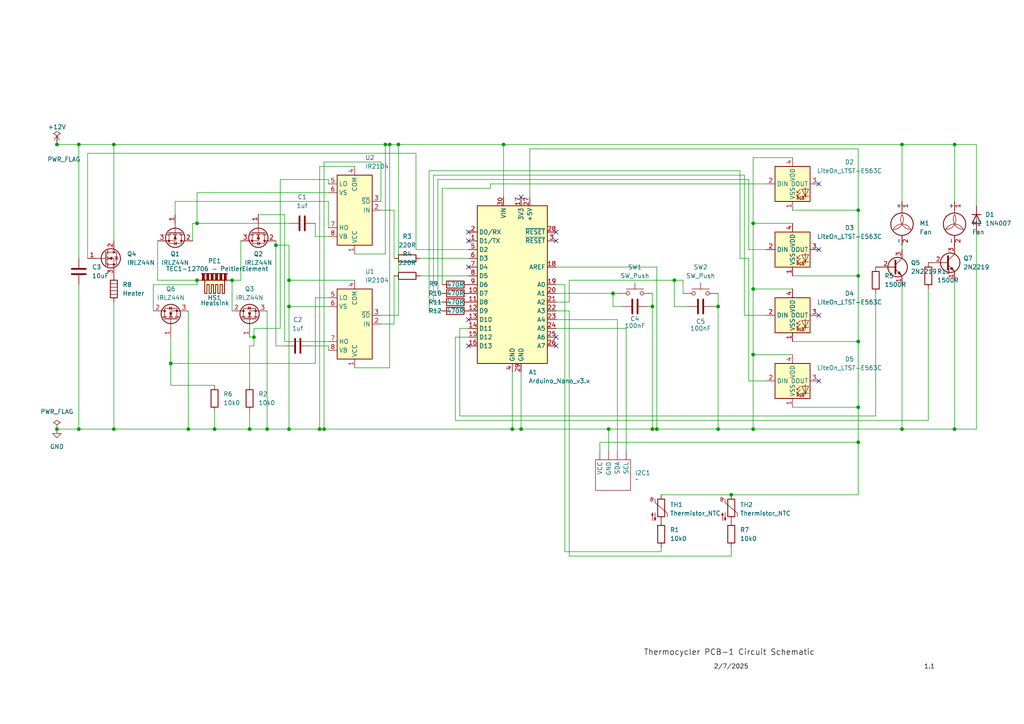
<source format=kicad_sch>
(kicad_sch (version 20231120) (generator "eeschema") (generator_version "8.0")
  (paper "A4")
  (lib_symbols
    (symbol "Biotech:LCD1602-I2C"
      (property "Reference" "I2C" (at -1.524 1.27 0))
      (symbol "LCD1602-I2C_0_1"
        (rectangle (start -3.81 6.35) (end 5.08 -3.81))
      )
      (symbol "LCD1602-I2C_1_1"
        (pin power_in line (at 7.62 2.54 180) (length 2.54) (name "GND") (number ""))
        (pin bidirectional line (at 7.62 -2.54 180) (length 2.54) (name "SCL") (number ""))
        (pin bidirectional line (at 7.62 0 180) (length 2.54) (name "SDA") (number ""))
        (pin power_in line (at 7.62 5.08 180) (length 2.54) (name "VCC") (number ""))
      )
    )
    (symbol "Device:C" (pin_numbers hide) (pin_names (offset 0.254))
      (property "Reference" "C" (at 0.635 2.54 0))
      (property "Value" "C" (at 0.635 -2.54 0))
      (symbol "C_0_1"
        (polyline (pts (xy -2.032 -0.762) (xy 2.032 -0.762)) (stroke (width 0.508)))
        (polyline (pts (xy -2.032 0.762) (xy 2.032 0.762)) (stroke (width 0.508)))
      )
      (symbol "C_1_1"
        (pin passive line (at 0 3.81 270) (length 2.794) (name "~") (number "1"))
        (pin passive line (at 0 -3.81 90) (length 2.794) (name "~") (number "2"))
      )
    )
    (symbol "Device:Heater" (pin_numbers hide) (pin_names (offset 0))
      (property "Reference" "R" (at 2.032 0 90))
      (property "Value" "Heater" (at -2.032 0 90))
      (symbol "Heater_0_1"
        (rectangle (start -1.016 -2.54) (end 1.016 2.54) (stroke (width 0.254)))
        (polyline (pts (xy -1.016 1.524) (xy 1.016 1.524)))
        (polyline (pts (xy 1.016 -1.524) (xy -1.016 -1.524)))
        (polyline (pts (xy 1.016 -0.508) (xy -1.016 -0.508)))
        (polyline (pts (xy 1.016 0.508) (xy -1.016 0.508)))
      )
      (symbol "Heater_1_1"
        (pin passive line (at 0 3.81 270) (length 1.27) (name "~") (number "1"))
        (pin passive line (at 0 -3.81 90) (length 1.27) (name "~") (number "2"))
      )
    )
    (symbol "Device:PeltierElement" (pin_numbers hide) (pin_names (offset 0))
      (property "Reference" "PE" (at 0 3.175 0))
      (property "Value" "PeltierElement" (at 0 -1.27 0))
      (symbol "PeltierElement_0_1"
        (rectangle (start -3.556 1.905) (end -2.921 0) (fill (type outline)))
        (rectangle (start -2.286 1.905) (end -1.651 0) (fill (type outline)))
        (rectangle (start -0.381 1.905) (end -1.016 0) (fill (type outline)))
        (polyline (pts (xy -3.81 0) (xy 3.81 0)) (stroke (width 0.254)) (fill (type outline)))
        (polyline (pts (xy -3.81 1.905) (xy 3.81 1.905)) (stroke (width 0.254)))
        (rectangle (start 0.889 1.905) (end 0.254 0) (fill (type outline)))
        (rectangle (start 1.524 0) (end 2.159 1.905) (fill (type outline)))
        (rectangle (start 2.794 0) (end 3.429 1.905) (fill (type outline)))
      )
      (symbol "PeltierElement_1_1"
        (pin passive line (at -5.08 0 0) (length 1.27) (name "~") (number "1"))
        (pin passive line (at 5.08 0 180) (length 1.27) (name "~") (number "2"))
      )
    )
    (symbol "Device:R" (pin_numbers hide) (pin_names (offset 0))
      (property "Reference" "R" (at 2.032 0 90))
      (property "Value" "R" (at 0 0 90))
      (symbol "R_0_1"
        (rectangle (start -1.016 -2.54) (end 1.016 2.54) (stroke (width 0.254)))
      )
      (symbol "R_1_1"
        (pin passive line (at 0 3.81 270) (length 1.27) (name "~") (number "1"))
        (pin passive line (at 0 -3.81 90) (length 1.27) (name "~") (number "2"))
      )
    )
    (symbol "Device:Thermistor_NTC" (pin_numbers hide) (pin_names (offset 0))
      (property "Reference" "TH" (at -4.445 0 90))
      (property "Value" "Thermistor_NTC" (at 3.175 0 90))
      (symbol "Thermistor_NTC_0_1"
        (arc (start -3.048 2.159) (mid -3.0495 2.3143) (end -3.175 2.413))
        (arc (start -3.048 2.159) (mid -2.9736 1.9794) (end -2.794 1.905))
        (arc (start -3.048 2.794) (mid -2.9736 2.6144) (end -2.794 2.54))
        (arc (start -2.794 1.905) (mid -2.6144 1.9794) (end -2.54 2.159))
        (arc (start -2.794 2.54) (mid -2.4393 2.5587) (end -2.159 2.794))
        (arc (start -2.794 3.048) (mid -2.9736 2.9736) (end -3.048 2.794))
        (arc (start -2.54 2.794) (mid -2.6144 2.9736) (end -2.794 3.048))
        (rectangle (start -1.016 2.54) (end 1.016 -2.54) (stroke (width 0.254)))
        (polyline (pts (xy -2.54 2.159) (xy -2.54 2.794)))
        (polyline (pts (xy -1.778 2.54) (xy -1.778 1.524) (xy 1.778 -1.524) (xy 1.778 -2.54)))
        (polyline (pts (xy -2.54 -3.683) (xy -2.54 -1.397) (xy -2.794 -2.159) (xy -2.286 -2.159) (xy -2.54 -1.397) (xy -2.54 -1.651)) (fill (type outline)))
        (polyline (pts (xy -1.778 -1.397) (xy -1.778 -3.683) (xy -2.032 -2.921) (xy -1.524 -2.921) (xy -1.778 -3.683) (xy -1.778 -3.429)) (fill (type outline)))
      )
      (symbol "Thermistor_NTC_1_1"
        (pin passive line (at 0 3.81 270) (length 1.27) (name "~") (number "1"))
        (pin passive line (at 0 -3.81 90) (length 1.27) (name "~") (number "2"))
      )
    )
    (symbol "Diode:1N4007" (pin_numbers hide) (pin_names hide)
      (property "Reference" "D" (at 0 2.54 0))
      (property "Value" "1N4007" (at 0 -2.54 0))
      (symbol "1N4007_0_1"
        (polyline (pts (xy -1.27 1.27) (xy -1.27 -1.27)) (stroke (width 0.254)))
        (polyline (pts (xy 1.27 0) (xy -1.27 0)))
        (polyline (pts (xy 1.27 1.27) (xy 1.27 -1.27) (xy -1.27 0) (xy 1.27 1.27)) (stroke (width 0.254)))
      )
      (symbol "1N4007_1_1"
        (pin passive line (at -3.81 0 0) (length 2.54) (name "K") (number "1"))
        (pin passive line (at 3.81 0 180) (length 2.54) (name "A") (number "2"))
      )
    )
    (symbol "Driver_FET:IR2104"
      (property "Reference" "U" (at 1.27 13.335 0))
      (property "Value" "IR2104" (at 1.27 11.43 0))
      (symbol "IR2104_0_1"
        (rectangle (start -5.08 -10.16) (end 5.08 10.16) (stroke (width 0.254)) (fill (type background)))
      )
      (symbol "IR2104_1_1"
        (pin power_in line (at 0 12.7 270) (length 2.54) (name "VCC") (number "1"))
        (pin input line (at -7.62 0 0) (length 2.54) (name "IN") (number "2"))
        (pin input line (at -7.62 -2.54 0) (length 2.54) (name "~{SD}") (number "3"))
        (pin power_in line (at 0 -12.7 90) (length 2.54) (name "COM") (number "4"))
        (pin output line (at 7.62 -7.62 180) (length 2.54) (name "LO") (number "5"))
        (pin passive line (at 7.62 -5.08 180) (length 2.54) (name "VS") (number "6"))
        (pin output line (at 7.62 5.08 180) (length 2.54) (name "HO") (number "7"))
        (pin passive line (at 7.62 7.62 180) (length 2.54) (name "VB") (number "8"))
      )
    )
    (symbol "LED:LiteOn_LTST-E563C"
      (property "Reference" "D" (at 5.08 5.715 0))
      (property "Value" "LiteOn_LTST-E563C" (at 1.27 -5.715 0))
      (symbol "LiteOn_LTST-E563C_0_0"
        (text "RGB" (at 2.286 -4.191 0) (effects (font (size 0.762 0.762))))
      )
      (symbol "LiteOn_LTST-E563C_0_1"
        (polyline (pts (xy 1.27 -3.556) (xy 1.778 -3.556)))
        (polyline (pts (xy 1.27 -2.54) (xy 1.778 -2.54)))
        (polyline (pts (xy 4.699 -3.556) (xy 2.667 -3.556)))
        (polyline (pts (xy 2.286 -2.54) (xy 1.27 -3.556) (xy 1.27 -3.048)))
        (polyline (pts (xy 2.286 -1.524) (xy 1.27 -2.54) (xy 1.27 -2.032)))
        (polyline (pts (xy 3.683 -1.016) (xy 3.683 -3.556) (xy 3.683 -4.064)))
        (polyline (pts (xy 4.699 -1.524) (xy 2.667 -1.524) (xy 3.683 -3.556) (xy 4.699 -1.524)))
        (rectangle (start 5.08 5.08) (end -5.08 -5.08) (stroke (width 0.254)) (fill (type background)))
      )
      (symbol "LiteOn_LTST-E563C_1_1"
        (pin power_in line (at 0 -7.62 90) (length 2.54) (name "VSS") (number "1"))
        (pin input line (at -7.62 0 0) (length 2.54) (name "DIN") (number "2"))
        (pin output line (at 7.62 0 180) (length 2.54) (name "DOUT") (number "3"))
        (pin power_in line (at 0 7.62 270) (length 2.54) (name "VDD") (number "4"))
      )
    )
    (symbol "MCU_Module:Arduino_Nano_v3.x"
      (property "Reference" "A" (at -10.16 23.495 0))
      (property "Value" "Arduino_Nano_v3.x" (at 5.08 -24.13 0))
      (symbol "Arduino_Nano_v3.x_0_1"
        (rectangle (start -10.16 22.86) (end 10.16 -22.86) (stroke (width 0.254)) (fill (type background)))
      )
      (symbol "Arduino_Nano_v3.x_1_1"
        (pin bidirectional line (at -12.7 12.7 0) (length 2.54) (name "D1/TX") (number "1"))
        (pin bidirectional line (at -12.7 -2.54 0) (length 2.54) (name "D7") (number "10"))
        (pin bidirectional line (at -12.7 -5.08 0) (length 2.54) (name "D8") (number "11"))
        (pin bidirectional line (at -12.7 -7.62 0) (length 2.54) (name "D9") (number "12"))
        (pin bidirectional line (at -12.7 -10.16 0) (length 2.54) (name "D10") (number "13"))
        (pin bidirectional line (at -12.7 -12.7 0) (length 2.54) (name "D11") (number "14"))
        (pin bidirectional line (at -12.7 -15.24 0) (length 2.54) (name "D12") (number "15"))
        (pin bidirectional line (at -12.7 -17.78 0) (length 2.54) (name "D13") (number "16"))
        (pin power_out line (at 2.54 25.4 270) (length 2.54) (name "3V3") (number "17"))
        (pin input line (at 12.7 5.08 180) (length 2.54) (name "AREF") (number "18"))
        (pin bidirectional line (at 12.7 0 180) (length 2.54) (name "A0") (number "19"))
        (pin bidirectional line (at -12.7 15.24 0) (length 2.54) (name "D0/RX") (number "2"))
        (pin bidirectional line (at 12.7 -2.54 180) (length 2.54) (name "A1") (number "20"))
        (pin bidirectional line (at 12.7 -5.08 180) (length 2.54) (name "A2") (number "21"))
        (pin bidirectional line (at 12.7 -7.62 180) (length 2.54) (name "A3") (number "22"))
        (pin bidirectional line (at 12.7 -10.16 180) (length 2.54) (name "A4") (number "23"))
        (pin bidirectional line (at 12.7 -12.7 180) (length 2.54) (name "A5") (number "24"))
        (pin bidirectional line (at 12.7 -15.24 180) (length 2.54) (name "A6") (number "25"))
        (pin bidirectional line (at 12.7 -17.78 180) (length 2.54) (name "A7") (number "26"))
        (pin power_out line (at 5.08 25.4 270) (length 2.54) (name "+5V") (number "27"))
        (pin input line (at 12.7 15.24 180) (length 2.54) (name "~{RESET}") (number "28"))
        (pin power_in line (at 2.54 -25.4 90) (length 2.54) (name "GND") (number "29"))
        (pin input line (at 12.7 12.7 180) (length 2.54) (name "~{RESET}") (number "3"))
        (pin power_in line (at -2.54 25.4 270) (length 2.54) (name "VIN") (number "30"))
        (pin power_in line (at 0 -25.4 90) (length 2.54) (name "GND") (number "4"))
        (pin bidirectional line (at -12.7 10.16 0) (length 2.54) (name "D2") (number "5"))
        (pin bidirectional line (at -12.7 7.62 0) (length 2.54) (name "D3") (number "6"))
        (pin bidirectional line (at -12.7 5.08 0) (length 2.54) (name "D4") (number "7"))
        (pin bidirectional line (at -12.7 2.54 0) (length 2.54) (name "D5") (number "8"))
        (pin bidirectional line (at -12.7 0 0) (length 2.54) (name "D6") (number "9"))
      )
    )
    (symbol "Mechanical:Heatsink" (pin_names (offset 1.016)) (exclude_from_sim yes)
      (property "Reference" "HS" (at 0 5.08 0))
      (property "Value" "Heatsink" (at 0 -1.27 0))
      (symbol "Heatsink_0_1"
        (polyline (pts (xy -0.3302 1.27) (xy -0.9652 1.27) (xy -0.9652 3.81) (xy -1.6002 3.81) (xy -1.6002 1.27) (xy -2.2352 1.27) (xy -2.2352 3.81) (xy -2.8702 3.81) (xy -2.8702 0) (xy -0.9652 0)) (stroke (width 0.254)) (fill (type background)))
        (polyline (pts (xy -0.3302 1.27) (xy -0.3302 3.81) (xy 0.3048 3.81) (xy 0.3048 1.27) (xy 0.9398 1.27) (xy 0.9398 3.81) (xy 1.5748 3.81) (xy 1.5748 1.27) (xy 2.2098 1.27) (xy 2.2098 3.81) (xy 2.8448 3.81) (xy 2.8448 0) (xy -0.9652 0)) (stroke (width 0.254)) (fill (type background)))
      )
    )
    (symbol "Motor:Fan" (pin_names (offset 0))
      (property "Reference" "M" (at 2.54 5.08 0))
      (property "Value" "Fan" (at 2.54 -2.54 0))
      (symbol "Fan_0_1"
        (arc (start -2.54 -0.508) (mid 0.0028 0.9121) (end 0 3.81))
        (polyline (pts (xy 0 -5.08) (xy 0 -4.572)))
        (polyline (pts (xy 0 -2.2352) (xy 0 -2.6416)))
        (polyline (pts (xy 0 4.2672) (xy 0 4.6228)))
        (polyline (pts (xy 0 4.572) (xy 0 5.08)))
        (circle (center 0 1.016) (radius 3.2512) (stroke (width 0.254)))
        (arc (start 0 3.81) (mid 0.053 0.921) (end 2.54 -0.508))
        (arc (start 2.54 -0.508) (mid 0 1.0618) (end -2.54 -0.508))
      )
      (symbol "Fan_1_1"
        (pin passive line (at 0 7.62 270) (length 2.54) (name "+") (number "1"))
        (pin passive line (at 0 -5.08 90) (length 2.54) (name "-") (number "2"))
      )
    )
    (symbol "Switch:SW_Push" (pin_numbers hide) (pin_names (offset 1.016) hide)
      (property "Reference" "SW" (at 1.27 2.54 0))
      (property "Value" "SW_Push" (at 0 -1.524 0))
      (symbol "SW_Push_0_1"
        (circle (center -2.032 0) (radius 0.508))
        (polyline (pts (xy 0 1.27) (xy 0 3.048)))
        (polyline (pts (xy 2.54 1.27) (xy -2.54 1.27)))
        (circle (center 2.032 0) (radius 0.508))
        (pin passive line (at -5.08 0 0) (length 2.54) (name "1") (number "1"))
        (pin passive line (at 5.08 0 180) (length 2.54) (name "2") (number "2"))
      )
    )
    (symbol "Transistor_BJT:2N2219" (pin_names (offset 0) hide)
      (property "Reference" "Q" (at 5.08 1.905 0))
      (property "Value" "2N2219" (at 5.08 0 0))
      (symbol "2N2219_0_1"
        (polyline (pts (xy 0.635 0.635) (xy 2.54 2.54)))
        (polyline (pts (xy 0.635 -0.635) (xy 2.54 -2.54) (xy 2.54 -2.54)))
        (polyline (pts (xy 0.635 1.905) (xy 0.635 -1.905) (xy 0.635 -1.905)) (stroke (width 0.508)))
        (polyline (pts (xy 1.27 -1.778) (xy 1.778 -1.27) (xy 2.286 -2.286) (xy 1.27 -1.778) (xy 1.27 -1.778)) (fill (type outline)))
        (circle (center 1.27 0) (radius 2.8194) (stroke (width 0.254)))
      )
      (symbol "2N2219_1_1"
        (pin passive line (at 2.54 -5.08 90) (length 2.54) (name "E") (number "1"))
        (pin passive line (at -5.08 0 0) (length 5.715) (name "B") (number "2"))
        (pin passive line (at 2.54 5.08 270) (length 2.54) (name "C") (number "3"))
      )
    )
    (symbol "Transistor_FET:IRLZ44N" (pin_names hide)
      (property "Reference" "Q" (at 5.08 1.905 0))
      (property "Value" "IRLZ44N" (at 5.08 0 0))
      (symbol "IRLZ44N_0_1"
        (polyline (pts (xy 0.254 0) (xy -2.54 0)))
        (polyline (pts (xy 0.254 1.905) (xy 0.254 -1.905)) (stroke (width 0.254)))
        (polyline (pts (xy 0.762 -1.27) (xy 0.762 -2.286)) (stroke (width 0.254)))
        (polyline (pts (xy 0.762 0.508) (xy 0.762 -0.508)) (stroke (width 0.254)))
        (polyline (pts (xy 0.762 2.286) (xy 0.762 1.27)) (stroke (width 0.254)))
        (polyline (pts (xy 2.54 2.54) (xy 2.54 1.778)))
        (polyline (pts (xy 2.54 -2.54) (xy 2.54 0) (xy 0.762 0)))
        (polyline (pts (xy 0.762 -1.778) (xy 3.302 -1.778) (xy 3.302 1.778) (xy 0.762 1.778)))
        (polyline (pts (xy 1.016 0) (xy 2.032 0.381) (xy 2.032 -0.381) (xy 1.016 0)) (fill (type outline)))
        (polyline (pts (xy 2.794 0.508) (xy 2.921 0.381) (xy 3.683 0.381) (xy 3.81 0.254)))
        (polyline (pts (xy 3.302 0.381) (xy 2.921 -0.254) (xy 3.683 -0.254) (xy 3.302 0.381)))
        (circle (center 1.651 0) (radius 2.794) (stroke (width 0.254)))
        (circle (center 2.54 -1.778) (radius 0.254) (fill (type outline)))
        (circle (center 2.54 1.778) (radius 0.254) (fill (type outline)))
      )
      (symbol "IRLZ44N_1_1"
        (pin input line (at -5.08 0 0) (length 2.54) (name "G") (number "1"))
        (pin passive line (at 2.54 5.08 270) (length 2.54) (name "D") (number "2"))
        (pin passive line (at 2.54 -5.08 90) (length 2.54) (name "S") (number "3"))
      )
    )
    (symbol "power:+12V" (power) (pin_numbers hide) (pin_names (offset 0) hide)
      (property "Value" "+12V" (at 0 3.556 0))
      (symbol "+12V_0_1"
        (polyline (pts (xy -0.762 1.27) (xy 0 2.54)))
        (polyline (pts (xy 0 0) (xy 0 2.54)))
        (polyline (pts (xy 0 2.54) (xy 0.762 1.27)))
      )
      (symbol "+12V_1_1"
        (pin power_in line (at 0 0 90) (length 0) (name "~") (number "1"))
      )
    )
    (symbol "power:GND" (power) (pin_numbers hide) (pin_names (offset 0) hide)
      (property "Value" "GND" (at 0 -3.81 0))
      (symbol "GND_0_1"
        (polyline (pts (xy 0 0) (xy 0 -1.27) (xy 1.27 -1.27) (xy 0 -2.54) (xy -1.27 -1.27) (xy 0 -1.27)))
      )
      (symbol "GND_1_1"
        (pin power_in line (at 0 0 270) (length 0) (name "~") (number "1"))
      )
    )
    (symbol "power:PWR_FLAG" (power) (pin_numbers hide) (pin_names (offset 0) hide)
      (property "Value" "PWR_FLAG" (at 0 3.81 0))
      (symbol "PWR_FLAG_0_0"
        (pin power_out line (at 0 0 90) (length 0) (name "~") (number "1"))
      )
      (symbol "PWR_FLAG_0_1"
        (polyline (pts (xy 0 0) (xy 0 1.27) (xy -1.016 1.905) (xy 0 2.54) (xy 1.016 1.905) (xy 0 1.27)))
      )
    )
  )
  (junction (at 57.15 64.77))
  (junction (at 151.13 124.46))
  (junction (at 72.39 124.46))
  (junction (at 49.53 105.41))
  (junction (at 83.82 124.46))
  (junction (at 195.58 81.28))
  (junction (at 22.86 41.91))
  (junction (at 189.23 124.46))
  (junction (at 146.05 41.91))
  (junction (at 218.44 64.77))
  (junction (at 54.61 124.46))
  (junction (at 22.86 124.46))
  (junction (at 83.82 88.9))
  (junction (at 248.92 128.27))
  (junction (at 276.86 41.91))
  (junction (at 33.02 41.91))
  (junction (at 57.15 81.28))
  (junction (at 248.92 118.11))
  (junction (at 62.23 124.46))
  (junction (at 276.86 124.46))
  (junction (at 218.44 124.46))
  (junction (at 248.92 99.06))
  (junction (at 248.92 60.96))
  (junction (at 177.8 85.09))
  (junction (at 208.28 88.9))
  (junction (at 111.76 41.91))
  (junction (at 92.71 124.46))
  (junction (at 248.92 80.01))
  (junction (at 83.82 81.28))
  (junction (at 16.51 41.91))
  (junction (at 113.03 41.91))
  (junction (at 212.09 143.51))
  (junction (at 77.47 124.46))
  (junction (at 80.01 71.12))
  (junction (at 176.53 124.46))
  (junction (at 67.31 81.28))
  (junction (at 218.44 83.82))
  (junction (at 261.62 41.91))
  (junction (at 148.59 124.46))
  (junction (at 73.66 97.79))
  (junction (at 115.57 41.91))
  (junction (at 33.02 124.46))
  (junction (at 190.5 124.46))
  (junction (at 261.62 124.46))
  (junction (at 93.98 124.46))
  (junction (at 208.28 124.46))
  (junction (at 189.23 88.9))
  (junction (at 16.51 124.46))
  (junction (at 218.44 102.87))
  (no_connect (at 135.89 92.71))
  (no_connect (at 135.89 100.33))
  (no_connect (at 161.29 69.85))
  (no_connect (at 151.13 57.15))
  (no_connect (at 135.89 77.47))
  (no_connect (at 161.29 100.33))
  (no_connect (at 237.49 91.44))
  (no_connect (at 135.89 67.31))
  (no_connect (at 135.89 69.85))
  (no_connect (at 237.49 53.34))
  (no_connect (at 161.29 67.31))
  (no_connect (at 161.29 97.79))
  (no_connect (at 237.49 72.39))
  (no_connect (at 237.49 110.49))
  (wire (pts (xy 165.1 90.17) (xy 161.29 90.17)))
  (wire (pts (xy 72.39 119.38) (xy 72.39 124.46)))
  (wire (pts (xy 110.49 46.99) (xy 93.98 46.99)))
  (wire (pts (xy 102.87 48.26) (xy 92.71 48.26)))
  (wire (pts (xy 190.5 77.47) (xy 190.5 124.46)))
  (wire (pts (xy 229.87 118.11) (xy 248.92 118.11)))
  (wire (pts (xy 49.53 97.79) (xy 49.53 105.41)))
  (wire (pts (xy 57.15 55.88) (xy 95.25 55.88)))
  (wire (pts (xy 165.1 81.28) (xy 165.1 87.63)))
  (wire (pts (xy 69.85 69.85) (xy 69.85 81.28)))
  (wire (pts (xy 229.87 99.06) (xy 248.92 99.06)))
  (wire (pts (xy 110.49 91.44) (xy 115.57 91.44)))
  (wire (pts (xy 82.55 62.23) (xy 82.55 99.06)))
  (wire (pts (xy 218.44 64.77) (xy 218.44 83.82)))
  (wire (pts (xy 55.88 64.77) (xy 55.88 69.85)))
  (wire (pts (xy 128.27 85.09) (xy 127 85.09)))
  (wire (pts (xy 191.77 158.75) (xy 191.77 160.02)))
  (wire (pts (xy 113.03 41.91) (xy 115.57 41.91)))
  (wire (pts (xy 22.86 41.91) (xy 22.86 74.93)))
  (wire (pts (xy 67.31 81.28) (xy 67.31 90.17)))
  (wire (pts (xy 161.29 85.09) (xy 177.8 85.09)))
  (wire (pts (xy 95.25 88.9) (xy 83.82 88.9)))
  (wire (pts (xy 33.02 41.91) (xy 111.76 41.91)))
  (wire (pts (xy 57.15 64.77) (xy 55.88 64.77)))
  (wire (pts (xy 190.5 124.46) (xy 189.23 124.46)))
  (wire (pts (xy 83.82 64.77) (xy 57.15 64.77)))
  (wire (pts (xy 77.47 124.46) (xy 83.82 124.46)))
  (wire (pts (xy 212.09 158.75) (xy 212.09 161.29)))
  (wire (pts (xy 142.24 53.34) (xy 142.24 54.61)))
  (wire (pts (xy 120.65 44.45) (xy 120.65 72.39)))
  (wire (pts (xy 276.86 41.91) (xy 283.21 41.91)))
  (wire (pts (xy 80.01 100.33) (xy 82.55 100.33)))
  (wire (pts (xy 218.44 45.72) (xy 218.44 64.77)))
  (wire (pts (xy 254 120.65) (xy 133.35 120.65)))
  (wire (pts (xy 218.44 124.46) (xy 261.62 124.46)))
  (wire (pts (xy 44.45 82.55) (xy 57.15 82.55)))
  (wire (pts (xy 54.61 124.46) (xy 62.23 124.46)))
  (wire (pts (xy 83.82 81.28) (xy 102.87 81.28)))
  (wire (pts (xy 199.39 88.9) (xy 195.58 88.9)))
  (wire (pts (xy 212.09 161.29) (xy 165.1 161.29)))
  (wire (pts (xy 91.44 86.36) (xy 91.44 105.41)))
  (wire (pts (xy 276.86 81.28) (xy 276.86 124.46)))
  (wire (pts (xy 179.07 92.71) (xy 179.07 130.81)))
  (wire (pts (xy 83.82 81.28) (xy 83.82 88.9)))
  (wire (pts (xy 91.44 64.77) (xy 91.44 68.58)))
  (wire (pts (xy 214.63 74.93) (xy 214.63 49.53)))
  (wire (pts (xy 110.49 93.98) (xy 114.3 93.98)))
  (wire (pts (xy 49.53 111.76) (xy 49.53 105.41)))
  (wire (pts (xy 33.02 87.63) (xy 33.02 124.46)))
  (wire (pts (xy 215.9 50.8) (xy 125.73 50.8)))
  (wire (pts (xy 148.59 124.46) (xy 151.13 124.46)))
  (wire (pts (xy 229.87 45.72) (xy 218.44 45.72)))
  (wire (pts (xy 163.83 82.55) (xy 163.83 160.02)))
  (wire (pts (xy 110.49 58.42) (xy 110.49 46.99)))
  (wire (pts (xy 151.13 124.46) (xy 176.53 124.46)))
  (wire (pts (xy 208.28 124.46) (xy 218.44 124.46)))
  (wire (pts (xy 121.92 80.01) (xy 135.89 80.01)))
  (wire (pts (xy 176.53 124.46) (xy 189.23 124.46)))
  (wire (pts (xy 125.73 50.8) (xy 125.73 87.63)))
  (wire (pts (xy 269.24 121.92) (xy 132.08 121.92)))
  (wire (pts (xy 222.25 53.34) (xy 142.24 53.34)))
  (wire (pts (xy 217.17 74.93) (xy 214.63 74.93)))
  (wire (pts (xy 57.15 55.88) (xy 57.15 64.77)))
  (wire (pts (xy 54.61 90.17) (xy 54.61 124.46)))
  (wire (pts (xy 95.25 58.42) (xy 95.25 66.04)))
  (wire (pts (xy 16.51 124.46) (xy 22.86 124.46)))
  (wire (pts (xy 212.09 143.51) (xy 248.92 143.51)))
  (wire (pts (xy 80.01 71.12) (xy 80.01 100.33)))
  (wire (pts (xy 132.08 121.92) (xy 132.08 97.79)))
  (wire (pts (xy 110.49 60.96) (xy 114.3 60.96)))
  (wire (pts (xy 69.85 81.28) (xy 67.31 81.28)))
  (wire (pts (xy 25.4 44.45) (xy 120.65 44.45)))
  (wire (pts (xy 283.21 67.31) (xy 283.21 124.46)))
  (wire (pts (xy 142.24 54.61) (xy 128.27 54.61)))
  (wire (pts (xy 161.29 92.71) (xy 179.07 92.71)))
  (wire (pts (xy 229.87 64.77) (xy 218.44 64.77)))
  (wire (pts (xy 121.92 74.93) (xy 135.89 74.93)))
  (wire (pts (xy 22.86 82.55) (xy 22.86 124.46)))
  (wire (pts (xy 269.24 83.82) (xy 269.24 121.92)))
  (wire (pts (xy 248.92 118.11) (xy 248.92 128.27)))
  (wire (pts (xy 22.86 124.46) (xy 33.02 124.46)))
  (wire (pts (xy 128.27 54.61) (xy 128.27 82.55)))
  (wire (pts (xy 57.15 81.28) (xy 57.15 82.55)))
  (wire (pts (xy 73.66 95.25) (xy 81.28 95.25)))
  (wire (pts (xy 125.73 87.63) (xy 128.27 87.63)))
  (wire (pts (xy 189.23 85.09) (xy 189.23 88.9)))
  (wire (pts (xy 173.99 130.81) (xy 173.99 128.27)))
  (wire (pts (xy 214.63 49.53) (xy 124.46 49.53)))
  (wire (pts (xy 276.86 41.91) (xy 276.86 58.42)))
  (wire (pts (xy 208.28 85.09) (xy 208.28 88.9)))
  (wire (pts (xy 124.46 49.53) (xy 124.46 90.17)))
  (wire (pts (xy 33.02 41.91) (xy 33.02 69.85)))
  (wire (pts (xy 218.44 83.82) (xy 229.87 83.82)))
  (wire (pts (xy 62.23 119.38) (xy 62.23 124.46)))
  (wire (pts (xy 163.83 160.02) (xy 191.77 160.02)))
  (wire (pts (xy 198.12 85.09) (xy 198.12 81.28)))
  (wire (pts (xy 72.39 111.76) (xy 72.39 100.33)))
  (wire (pts (xy 207.01 88.9) (xy 208.28 88.9)))
  (wire (pts (xy 248.92 43.18) (xy 248.92 60.96)))
  (wire (pts (xy 283.21 124.46) (xy 276.86 124.46)))
  (wire (pts (xy 217.17 110.49) (xy 217.17 74.93)))
  (wire (pts (xy 133.35 120.65) (xy 133.35 95.25)))
  (wire (pts (xy 165.1 161.29) (xy 165.1 90.17)))
  (wire (pts (xy 261.62 124.46) (xy 276.86 124.46)))
  (wire (pts (xy 180.34 88.9) (xy 177.8 88.9)))
  (wire (pts (xy 229.87 60.96) (xy 248.92 60.96)))
  (wire (pts (xy 16.51 40.64) (xy 16.51 41.91)))
  (wire (pts (xy 248.92 128.27) (xy 248.92 143.51)))
  (wire (pts (xy 72.39 124.46) (xy 77.47 124.46)))
  (wire (pts (xy 124.46 90.17) (xy 128.27 90.17)))
  (wire (pts (xy 218.44 102.87) (xy 218.44 124.46)))
  (wire (pts (xy 115.57 91.44) (xy 115.57 41.91)))
  (wire (pts (xy 81.28 52.07) (xy 95.25 52.07)))
  (wire (pts (xy 80.01 71.12) (xy 83.82 71.12)))
  (wire (pts (xy 215.9 91.44) (xy 215.9 50.8)))
  (wire (pts (xy 44.45 82.55) (xy 44.45 90.17)))
  (wire (pts (xy 114.3 93.98) (xy 114.3 80.01)))
  (wire (pts (xy 127 85.09) (xy 127 52.07)))
  (wire (pts (xy 151.13 107.95) (xy 151.13 124.46)))
  (wire (pts (xy 45.72 69.85) (xy 45.72 81.28)))
  (wire (pts (xy 80.01 69.85) (xy 80.01 71.12)))
  (wire (pts (xy 153.67 43.18) (xy 248.92 43.18)))
  (wire (pts (xy 177.8 85.09) (xy 179.07 85.09)))
  (wire (pts (xy 93.98 46.99) (xy 93.98 124.46)))
  (wire (pts (xy 115.57 41.91) (xy 146.05 41.91)))
  (wire (pts (xy 49.53 105.41) (xy 91.44 105.41)))
  (wire (pts (xy 83.82 88.9) (xy 83.82 124.46)))
  (wire (pts (xy 93.98 124.46) (xy 148.59 124.46)))
  (wire (pts (xy 208.28 88.9) (xy 208.28 124.46)))
  (wire (pts (xy 62.23 124.46) (xy 72.39 124.46)))
  (wire (pts (xy 92.71 124.46) (xy 93.98 124.46)))
  (wire (pts (xy 283.21 41.91) (xy 283.21 59.69)))
  (wire (pts (xy 153.67 57.15) (xy 153.67 43.18)))
  (wire (pts (xy 133.35 95.25) (xy 135.89 95.25)))
  (wire (pts (xy 176.53 124.46) (xy 176.53 130.81)))
  (wire (pts (xy 189.23 88.9) (xy 189.23 124.46)))
  (wire (pts (xy 190.5 124.46) (xy 208.28 124.46)))
  (wire (pts (xy 195.58 81.28) (xy 165.1 81.28)))
  (wire (pts (xy 16.51 41.91) (xy 22.86 41.91)))
  (wire (pts (xy 177.8 88.9) (xy 177.8 85.09)))
  (wire (pts (xy 222.25 72.39) (xy 217.17 72.39)))
  (wire (pts (xy 74.93 62.23) (xy 82.55 62.23)))
  (wire (pts (xy 248.92 60.96) (xy 248.92 80.01)))
  (wire (pts (xy 111.76 73.66) (xy 111.76 41.91)))
  (wire (pts (xy 181.61 95.25) (xy 181.61 130.81)))
  (wire (pts (xy 120.65 72.39) (xy 135.89 72.39)))
  (wire (pts (xy 222.25 91.44) (xy 215.9 91.44)))
  (wire (pts (xy 73.66 100.33) (xy 73.66 97.79)))
  (wire (pts (xy 248.92 80.01) (xy 248.92 99.06)))
  (wire (pts (xy 90.17 100.33) (xy 95.25 100.33)))
  (wire (pts (xy 92.71 48.26) (xy 92.71 124.46)))
  (wire (pts (xy 25.4 74.93) (xy 25.4 44.45)))
  (wire (pts (xy 146.05 41.91) (xy 261.62 41.91)))
  (wire (pts (xy 77.47 90.17) (xy 77.47 124.46)))
  (wire (pts (xy 163.83 82.55) (xy 161.29 82.55)))
  (wire (pts (xy 261.62 41.91) (xy 261.62 58.42)))
  (wire (pts (xy 91.44 86.36) (xy 95.25 86.36)))
  (wire (pts (xy 81.28 95.25) (xy 81.28 52.07)))
  (wire (pts (xy 91.44 68.58) (xy 95.25 68.58)))
  (wire (pts (xy 148.59 107.95) (xy 148.59 124.46)))
  (wire (pts (xy 132.08 97.79) (xy 135.89 97.79)))
  (wire (pts (xy 187.96 88.9) (xy 189.23 88.9)))
  (wire (pts (xy 161.29 77.47) (xy 190.5 77.47)))
  (wire (pts (xy 195.58 88.9) (xy 195.58 81.28)))
  (wire (pts (xy 261.62 82.55) (xy 261.62 124.46)))
  (wire (pts (xy 218.44 102.87) (xy 229.87 102.87)))
  (wire (pts (xy 146.05 41.91) (xy 146.05 57.15)))
  (wire (pts (xy 173.99 128.27) (xy 248.92 128.27)))
  (wire (pts (xy 33.02 124.46) (xy 54.61 124.46)))
  (wire (pts (xy 229.87 80.01) (xy 248.92 80.01)))
  (wire (pts (xy 113.03 41.91) (xy 113.03 106.68)))
  (wire (pts (xy 22.86 41.91) (xy 33.02 41.91)))
  (wire (pts (xy 161.29 95.25) (xy 181.61 95.25)))
  (wire (pts (xy 45.72 81.28) (xy 57.15 81.28)))
  (wire (pts (xy 102.87 106.68) (xy 113.03 106.68)))
  (wire (pts (xy 62.23 111.76) (xy 49.53 111.76)))
  (wire (pts (xy 72.39 100.33) (xy 73.66 100.33)))
  (wire (pts (xy 73.66 97.79) (xy 73.66 95.25)))
  (wire (pts (xy 254 85.09) (xy 254 120.65)))
  (wire (pts (xy 198.12 81.28) (xy 195.58 81.28)))
  (wire (pts (xy 82.55 99.06) (xy 95.25 99.06)))
  (wire (pts (xy 217.17 72.39) (xy 217.17 52.07)))
  (wire (pts (xy 83.82 81.28) (xy 83.82 71.12)))
  (wire (pts (xy 50.8 58.42) (xy 95.25 58.42)))
  (wire (pts (xy 218.44 83.82) (xy 218.44 102.87)))
  (wire (pts (xy 127 52.07) (xy 217.17 52.07)))
  (wire (pts (xy 83.82 124.46) (xy 92.71 124.46)))
  (wire (pts (xy 95.25 100.33) (xy 95.25 101.6)))
  (wire (pts (xy 261.62 71.12) (xy 261.62 72.39)))
  (wire (pts (xy 114.3 60.96) (xy 114.3 74.93)))
  (wire (pts (xy 261.62 41.91) (xy 276.86 41.91)))
  (wire (pts (xy 102.87 73.66) (xy 111.76 73.66)))
  (wire (pts (xy 50.8 62.23) (xy 50.8 58.42)))
  (wire (pts (xy 191.77 143.51) (xy 212.09 143.51)))
  (wire (pts (xy 95.25 52.07) (xy 95.25 53.34)))
  (wire (pts (xy 165.1 87.63) (xy 161.29 87.63)))
  (wire (pts (xy 248.92 99.06) (xy 248.92 118.11)))
  (wire (pts (xy 222.25 110.49) (xy 217.17 110.49)))
  (wire (pts (xy 111.76 41.91) (xy 113.03 41.91)))
  (wire (pts (xy 72.39 97.79) (xy 73.66 97.79)))
  (label "2{slash}7{slash}2025" (at 207.01 194.31 0))
  (label "Thermocycler PCB-1 Circuit Schematic" (at 186.69 190.5 0) (effects (font (size 1.651 1.651))))
  (label "1.1" (at 267.97 194.31 0))
  (symbol (lib_id "LED:LiteOn_LTST-E563C") (at 229.87 72.39 0) (unit 1)
    (property "Reference" "D3" (at 246.38 66.0714 0))
    (property "Value" "LiteOn_LTST-E563C" (at 246.38 68.6114 0))
    (property "Footprint" "LED_SMD:LED_LiteOn_LTST-E563C_PLCC4_5.0x5.0mm_P3.2mm" (effects (hide yes)))
    (property "Datasheet" "https://optoelectronics.liteon.com/upload/download/DS35-2018-0092/LTST-E563CHEGBW-AW.PDF" (effects (hide yes)))
    (property "Description" "5x5mm RGB LED with integrated controller" (effects (hide yes)))
  )
  (symbol (lib_id "Transistor_FET:IRLZ44N") (at 74.93 67.31 270) (unit 1)
    (property "Reference" "Q2" (at 74.93 73.66 90))
    (property "Value" "IRLZ44N" (at 74.93 76.2 90))
    (property "Footprint" "Package_TO_SOT_THT:TO-220-3_Vertical" (effects (hide yes)))
    (property "Datasheet" "http://www.irf.com/product-info/datasheets/data/irlz44n.pdf" (effects (hide yes)))
    (property "Description" "47A Id, 55V Vds, 22mOhm Rds Single N-Channel HEXFET Power MOSFET, TO-220AB" (effects (hide yes)))
  )
  (symbol (lib_id "Device:R") (at 132.08 90.17 90) (unit 1)
    (property "Reference" "R12" (at 126.238 90.17 90))
    (property "Value" "470R" (at 132.08 90.17 90))
    (property "Description" "Resistor" (effects (hide yes)))
  )
  (symbol (lib_id "Motor:Fan") (at 261.62 66.04 0) (unit 1)
    (property "Reference" "M1" (at 266.7 64.7699 0) (effects (justify left)))
    (property "Value" "Fan" (at 266.7 67.3099 0) (effects (justify left)))
    (property "Description" "Fan" (effects (hide yes)))
  )
  (symbol (lib_id "Transistor_FET:IRLZ44N") (at 72.39 92.71 90) (unit 1)
    (property "Reference" "Q3" (at 72.39 83.82 90))
    (property "Value" "IRLZ44N" (at 72.39 86.36 90))
    (property "Footprint" "Package_TO_SOT_THT:TO-220-3_Vertical" (effects (hide yes)))
    (property "Datasheet" "http://www.irf.com/product-info/datasheets/data/irlz44n.pdf" (effects (hide yes)))
    (property "Description" "47A Id, 55V Vds, 22mOhm Rds Single N-Channel HEXFET Power MOSFET, TO-220AB" (effects (hide yes)))
  )
  (symbol (lib_id "power:+12V") (at 16.51 41.91 0) (unit 1)
    (property "Reference" "#PWR01" (effects (hide yes)))
    (property "Value" "+12V" (at 16.51 36.83 0))
    (property "Description" "Power symbol creates a global label with name \"+12V\"" (effects (hide yes)))
  )
  (symbol (lib_id "Driver_FET:IR2104") (at 102.87 60.96 180) (unit 1)
    (property "Reference" "U2" (at 105.8865 45.72 0) (effects (justify right)))
    (property "Value" "IR2104" (at 105.8865 48.26 0) (effects (justify right)))
    (property "Datasheet" "https://www.infineon.com/dgdl/ir2104.pdf?fileId=5546d462533600a4015355c7c1c31671" (effects (hide yes)))
    (property "Description" "Half-Bridge Driver, 600V, 210/360mA, PDIP-8/SOIC-8" (effects (hide yes)))
  )
  (symbol (lib_id "Switch:SW_Push") (at 203.2 85.09 0) (unit 1)
    (property "Reference" "SW2" (at 203.2 77.47 0))
    (property "Value" "SW_Push" (at 203.2 80.01 0))
    (property "Description" "Push button switch, generic, two pins" (effects (hide yes)))
  )
  (symbol (lib_id "Device:R") (at 132.08 87.63 90) (unit 1)
    (property "Reference" "R11" (at 126.238 87.63 90))
    (property "Value" "470R" (at 132.08 87.63 90))
    (property "Description" "Resistor" (effects (hide yes)))
  )
  (symbol (lib_id "Device:R") (at 212.09 154.94 0) (unit 1)
    (property "Reference" "R7" (at 214.63 153.6699 0) (effects (justify left)))
    (property "Value" "10k0" (at 214.63 156.2099 0) (effects (justify left)))
    (property "Description" "Resistor" (effects (hide yes)))
  )
  (symbol (lib_id "Device:C") (at 87.63 64.77 270) (unit 1)
    (property "Reference" "C1" (at 87.63 57.15 90))
    (property "Value" "1uf" (at 87.63 59.69 90))
    (property "Description" "Unpolarized capacitor" (effects (hide yes)))
  )
  (symbol (lib_id "Device:C") (at 22.86 78.74 0) (unit 1)
    (property "Reference" "C3" (at 26.67 77.4699 0) (effects (justify left)))
    (property "Value" "10uF" (at 26.67 80.0099 0) (effects (justify left)))
    (property "Description" "Unpolarized capacitor" (effects (hide yes)))
  )
  (symbol (lib_id "Device:PeltierElement") (at 62.23 81.28 0) (unit 1)
    (property "Reference" "PE1" (at 62.23 75.692 0))
    (property "Value" "TEC1-12706 - PeltierElement" (at 62.992 77.978 0))
    (property "Description" "Peltier element, thermoelectric cooler" (effects (hide yes)))
  )
  (symbol (lib_id "Driver_FET:IR2104") (at 102.87 93.98 180) (unit 1)
    (property "Reference" "U1" (at 105.8865 78.74 0) (effects (justify right)))
    (property "Value" "IR2104" (at 105.8865 81.28 0) (effects (justify right)))
    (property "Datasheet" "https://www.infineon.com/dgdl/ir2104.pdf?fileId=5546d462533600a4015355c7c1c31671" (effects (hide yes)))
    (property "Description" "Half-Bridge Driver, 600V, 210/360mA, PDIP-8/SOIC-8" (effects (hide yes)))
  )
  (symbol (lib_id "Device:C") (at 203.2 88.9 90) (unit 1)
    (property "Reference" "C5" (at 203.2 93.218 90))
    (property "Value" "100nF" (at 203.2 95.25 90))
    (property "Description" "Unpolarized capacitor" (effects (hide yes)))
  )
  (symbol (lib_id "Device:Heater") (at 33.02 83.82 0) (unit 1)
    (property "Reference" "R8" (at 35.56 82.5499 0) (effects (justify left)))
    (property "Value" "Heater" (at 35.56 85.0899 0) (effects (justify left)))
    (property "Description" "Resistive heater" (effects (hide yes)))
  )
  (symbol (lib_id "Device:Thermistor_NTC") (at 212.09 147.32 0) (unit 1)
    (property "Reference" "TH2" (at 214.63 146.3674 0) (effects (justify left)))
    (property "Value" "Thermistor_NTC" (at 214.63 148.9074 0) (effects (justify left)))
    (property "Description" "Temperature dependent resistor, negative temperature coefficient" (effects (hide yes)))
  )
  (symbol (lib_id "Device:R") (at 254 81.28 0) (unit 1)
    (property "Reference" "R5" (at 256.54 80.0099 0) (effects (justify left)))
    (property "Value" "1500R" (at 256.54 82.5499 0) (effects (justify left)))
    (property "Description" "Resistor" (effects (hide yes)))
  )
  (symbol (lib_id "Device:R") (at 269.24 80.01 0) (unit 1)
    (property "Reference" "R13" (at 271.78 78.7399 0) (effects (justify left)))
    (property "Value" "1500R" (at 271.78 81.2799 0) (effects (justify left)))
    (property "Description" "Resistor" (effects (hide yes)))
  )
  (symbol (lib_id "Device:R") (at 62.23 115.57 0) (unit 1)
    (property "Reference" "R6" (at 64.77 114.2999 0) (effects (justify left)))
    (property "Value" "10k0" (at 64.77 116.8399 0) (effects (justify left)))
    (property "Description" "Resistor" (effects (hide yes)))
  )
  (symbol (lib_id "Switch:SW_Push") (at 184.15 85.09 0) (unit 1)
    (property "Reference" "SW1" (at 184.15 77.47 0))
    (property "Value" "SW_Push" (at 184.15 80.01 0))
    (property "Description" "Push button switch, generic, two pins" (effects (hide yes)))
  )
  (symbol (lib_id "Transistor_FET:IRLZ44N") (at 30.48 74.93 0) (unit 1)
    (property "Reference" "Q4" (at 36.83 73.6599 0) (effects (justify left)))
    (property "Value" "IRLZ44N" (at 36.83 76.1999 0) (effects (justify left)))
    (property "Footprint" "Package_TO_SOT_THT:TO-220-3_Vertical" (effects (hide yes)))
    (property "Datasheet" "http://www.irf.com/product-info/datasheets/data/irlz44n.pdf" (effects (hide yes)))
    (property "Description" "47A Id, 55V Vds, 22mOhm Rds Single N-Channel HEXFET Power MOSFET, TO-220AB" (effects (hide yes)))
  )
  (symbol (lib_id "LED:LiteOn_LTST-E563C") (at 229.87 91.44 0) (unit 1)
    (property "Reference" "D4" (at 246.38 85.1214 0))
    (property "Value" "LiteOn_LTST-E563C" (at 246.38 87.6614 0))
    (property "Footprint" "LED_SMD:LED_LiteOn_LTST-E563C_PLCC4_5.0x5.0mm_P3.2mm" (effects (hide yes)))
    (property "Datasheet" "https://optoelectronics.liteon.com/upload/download/DS35-2018-0092/LTST-E563CHEGBW-AW.PDF" (effects (hide yes)))
    (property "Description" "5x5mm RGB LED with integrated controller" (effects (hide yes)))
  )
  (symbol (lib_id "Transistor_FET:IRLZ44N") (at 49.53 92.71 90) (unit 1)
    (property "Reference" "Q6" (at 49.53 83.82 90))
    (property "Value" "IRLZ44N" (at 49.53 86.36 90))
    (property "Footprint" "Package_TO_SOT_THT:TO-220-3_Vertical" (effects (hide yes)))
    (property "Datasheet" "http://www.irf.com/product-info/datasheets/data/irlz44n.pdf" (effects (hide yes)))
    (property "Description" "47A Id, 55V Vds, 22mOhm Rds Single N-Channel HEXFET Power MOSFET, TO-220AB" (effects (hide yes)))
  )
  (symbol (lib_id "power:GND") (at 16.51 124.46 0) (unit 1)
    (property "Reference" "#PWR02" (effects (hide yes)))
    (property "Value" "GND" (at 16.51 129.54 0))
    (property "Description" "Power symbol creates a global label with name \"GND\" , ground" (effects (hide yes)))
  )
  (symbol (lib_id "power:PWR_FLAG") (at 16.51 124.46 0) (unit 1)
    (property "Reference" "#FLG02" (effects (hide yes)))
    (property "Value" "PWR_FLAG" (at 16.51 119.38 0))
    (property "Description" "Special symbol for telling ERC where power comes from" (effects (hide yes)))
  )
  (symbol (lib_id "Device:C") (at 184.15 88.9 90) (unit 1)
    (property "Reference" "C4" (at 184.15 92.456 90))
    (property "Value" "100nF" (at 184.15 94.488 90))
    (property "Description" "Unpolarized capacitor" (effects (hide yes)))
  )
  (symbol (lib_id "Device:C") (at 86.36 100.33 270) (unit 1)
    (property "Reference" "C2" (at 86.36 92.71 90))
    (property "Value" "1uf" (at 86.36 95.25 90))
    (property "Description" "Unpolarized capacitor" (effects (hide yes)))
  )
  (symbol (lib_id "Device:R") (at 72.39 115.57 0) (unit 1)
    (property "Reference" "R2" (at 74.93 114.2999 0) (effects (justify left)))
    (property "Value" "10k0" (at 74.93 116.8399 0) (effects (justify left)))
    (property "Description" "Resistor" (effects (hide yes)))
  )
  (symbol (lib_id "Diode:1N4007") (at 283.21 63.5 270) (unit 1)
    (property "Reference" "D1" (at 285.75 62.2299 90) (effects (justify left)))
    (property "Value" "1N4007" (at 285.75 64.7699 90) (effects (justify left)))
    (property "Footprint" "Diode_THT:D_DO-41_SOD81_P10.16mm_Horizontal" (effects (hide yes)))
    (property "Datasheet" "http://www.vishay.com/docs/88503/1n4001.pdf" (effects (hide yes)))
    (property "Description" "1000V 1A General Purpose Rectifier Diode, DO-41" (effects (hide yes)))
    (property "Sim.Device" "D" (effects (hide yes)))
    (property "Sim.Pins" "1=K 2=A" (effects (hide yes)))
  )
  (symbol (lib_id "LED:LiteOn_LTST-E563C") (at 229.87 110.49 0) (unit 1)
    (property "Reference" "D5" (at 246.38 104.1714 0))
    (property "Value" "LiteOn_LTST-E563C" (at 246.38 106.7114 0))
    (property "Footprint" "LED_SMD:LED_LiteOn_LTST-E563C_PLCC4_5.0x5.0mm_P3.2mm" (effects (hide yes)))
    (property "Datasheet" "https://optoelectronics.liteon.com/upload/download/DS35-2018-0092/LTST-E563CHEGBW-AW.PDF" (effects (hide yes)))
    (property "Description" "5x5mm RGB LED with integrated controller" (effects (hide yes)))
  )
  (symbol (lib_id "Biotech:LCD1602-I2C") (at 179.07 138.43 90) (unit 1)
    (property "Reference" "I2C1" (at 184.15 137.1599 90) (effects (justify right)))
    (property "Value" "~" (at 184.15 139.065 90) (effects (justify right)))
  )
  (symbol (lib_id "Device:Thermistor_NTC") (at 191.77 147.32 0) (unit 1)
    (property "Reference" "TH1" (at 194.31 146.3674 0) (effects (justify left)))
    (property "Value" "Thermistor_NTC" (at 194.31 148.9074 0) (effects (justify left)))
    (property "Description" "Temperature dependent resistor, negative temperature coefficient" (effects (hide yes)))
  )
  (symbol (lib_id "LED:LiteOn_LTST-E563C") (at 229.87 53.34 0) (unit 1)
    (property "Reference" "D2" (at 246.38 47.0214 0))
    (property "Value" "LiteOn_LTST-E563C" (at 246.38 49.5614 0))
    (property "Footprint" "LED_SMD:LED_LiteOn_LTST-E563C_PLCC4_5.0x5.0mm_P3.2mm" (effects (hide yes)))
    (property "Datasheet" "https://optoelectronics.liteon.com/upload/download/DS35-2018-0092/LTST-E563CHEGBW-AW.PDF" (effects (hide yes)))
    (property "Description" "5x5mm RGB LED with integrated controller" (effects (hide yes)))
  )
  (symbol (lib_id "Device:R") (at 132.08 85.09 90) (unit 1)
    (property "Reference" "R10" (at 126.238 85.09 90))
    (property "Value" "470R" (at 132.08 85.09 90))
    (property "Description" "Resistor" (effects (hide yes)))
  )
  (symbol (lib_id "MCU_Module:Arduino_Nano_v3.x") (at 148.59 82.55 0) (unit 1)
    (property "Reference" "A1" (at 153.3241 107.95 0) (effects (justify left)))
    (property "Value" "Arduino_Nano_v3.x" (at 153.3241 110.49 0) (effects (justify left)))
    (property "Footprint" "Module:Arduino_Nano" (effects (hide yes)))
    (property "Datasheet" "http://www.mouser.com/pdfdocs/Gravitech_Arduino_Nano3_0.pdf" (effects (hide yes)))
    (property "Description" "Arduino Nano v3.x" (effects (hide yes)))
  )
  (symbol (lib_id "Transistor_BJT:2N2219") (at 274.32 76.2 0) (unit 1)
    (property "Reference" "Q7" (at 279.4 74.9299 0) (effects (justify left)))
    (property "Value" "2N2219" (at 279.4 77.4699 0) (effects (justify left)))
    (property "Footprint" "Package_TO_SOT_THT:TO-39-3" (effects (hide yes)))
    (property "Datasheet" "http://www.onsemi.com/pub_link/Collateral/2N2219-D.PDF" (effects (hide yes)))
    (property "Description" "800mA Ic, 50V Vce, NPN Transistor, TO-39" (effects (hide yes)))
  )
  (symbol (lib_id "Device:R") (at 118.11 74.93 90) (unit 1)
    (property "Reference" "R3" (at 118.11 68.58 90))
    (property "Value" "220R" (at 118.11 71.12 90))
    (property "Description" "Resistor" (effects (hide yes)))
  )
  (symbol (lib_id "Device:R") (at 132.08 82.55 90) (unit 1)
    (property "Reference" "R9" (at 125.73 82.296 90))
    (property "Value" "470R" (at 132.08 82.55 90))
    (property "Description" "Resistor" (effects (hide yes)))
  )
  (symbol (lib_id "Device:R") (at 191.77 154.94 0) (unit 1)
    (property "Reference" "R1" (at 194.31 153.6699 0) (effects (justify left)))
    (property "Value" "10k0" (at 194.31 156.2099 0) (effects (justify left)))
    (property "Description" "Resistor" (effects (hide yes)))
  )
  (symbol (lib_id "Motor:Fan") (at 276.86 66.04 0) (unit 1)
    (property "Reference" "M2" (at 281.94 64.7699 0) (effects (justify left)))
    (property "Value" "Fan" (at 281.94 67.3099 0) (effects (justify left)))
    (property "Description" "Fan" (effects (hide yes)))
  )
  (symbol (lib_id "Transistor_FET:IRLZ44N") (at 50.8 67.31 270) (unit 1)
    (property "Reference" "Q1" (at 50.8 73.66 90))
    (property "Value" "IRLZ44N" (at 50.8 76.2 90))
    (property "Footprint" "Package_TO_SOT_THT:TO-220-3_Vertical" (effects (hide yes)))
    (property "Datasheet" "http://www.irf.com/product-info/datasheets/data/irlz44n.pdf" (effects (hide yes)))
    (property "Description" "47A Id, 55V Vds, 22mOhm Rds Single N-Channel HEXFET Power MOSFET, TO-220AB" (effects (hide yes)))
  )
  (symbol (lib_id "Mechanical:Heatsink") (at 62.23 81.28 180) (unit 1) (exclude_from_sim yes)
    (property "Reference" "HS1" (at 60.198 86.36 0) (effects (justify right)))
    (property "Value" "Heatsink" (at 58.166 87.884 0) (effects (justify right)))
    (property "Description" "Heatsink" (effects (hide yes)))
  )
  (symbol (lib_id "Transistor_BJT:2N2219") (at 259.08 77.47 0) (unit 1)
    (property "Reference" "Q5" (at 264.16 76.1999 0) (effects (justify left)))
    (property "Value" "2N2219" (at 264.16 78.7399 0) (effects (justify left)))
    (property "Footprint" "Package_TO_SOT_THT:TO-39-3" (effects (hide yes)))
    (property "Datasheet" "http://www.onsemi.com/pub_link/Collateral/2N2219-D.PDF" (effects (hide yes)))
    (property "Description" "800mA Ic, 50V Vce, NPN Transistor, TO-39" (effects (hide yes)))
  )
  (symbol (lib_id "Device:R") (at 118.11 80.01 90) (unit 1)
    (property "Reference" "R4" (at 118.11 73.66 90))
    (property "Value" "220R" (at 118.11 76.2 90))
    (property "Description" "Resistor" (effects (hide yes)))
  )
  (symbol (lib_id "power:PWR_FLAG") (at 16.51 40.64 0) (unit 1)
    (property "Reference" "#FLG01" (effects (hide yes)))
    (property "Value" "PWR_FLAG" (at 18.542 46.228 0))
    (property "Description" "Special symbol for telling ERC where power comes from" (effects (hide yes)))
  )
)
</source>
